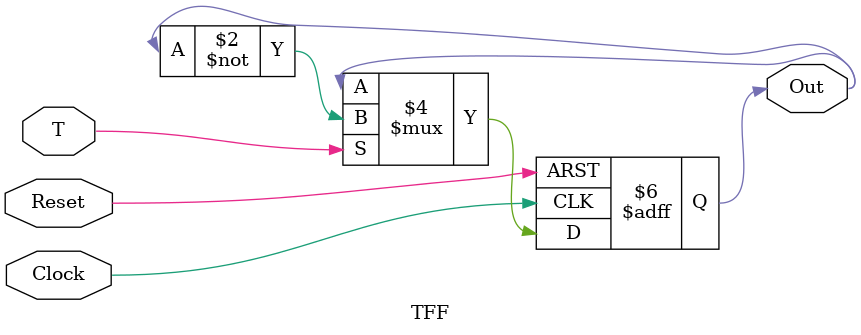
<source format=v>
module Mod5Counter(input Clock,Reset,output [2:0] Y);
//declaring the wires
wire Qa,Qb,Qc;
//using the tff logic
TFF t1(Qa+Qb*Qc,Clock,Reset,Qa);
TFF t2(Qc,Clock,Reset,Qb);
TFF t3(~Qa,Clock,Reset,Qc);
assign Y = {Qa,Qb,Qc};

endmodule



//defining the tff module
module TFF(T,Clock,Reset,Out);
//Defining input and outputs
input T,Clock,Reset;
output reg Out;
// Defining main logic for TFF
always@ (posedge Clock, posedge Reset)
    if(Reset)
        Out <= 0;
    else
        if(T)
            Out <= ~Out;
        else
            Out <= Out;
endmodule

</source>
